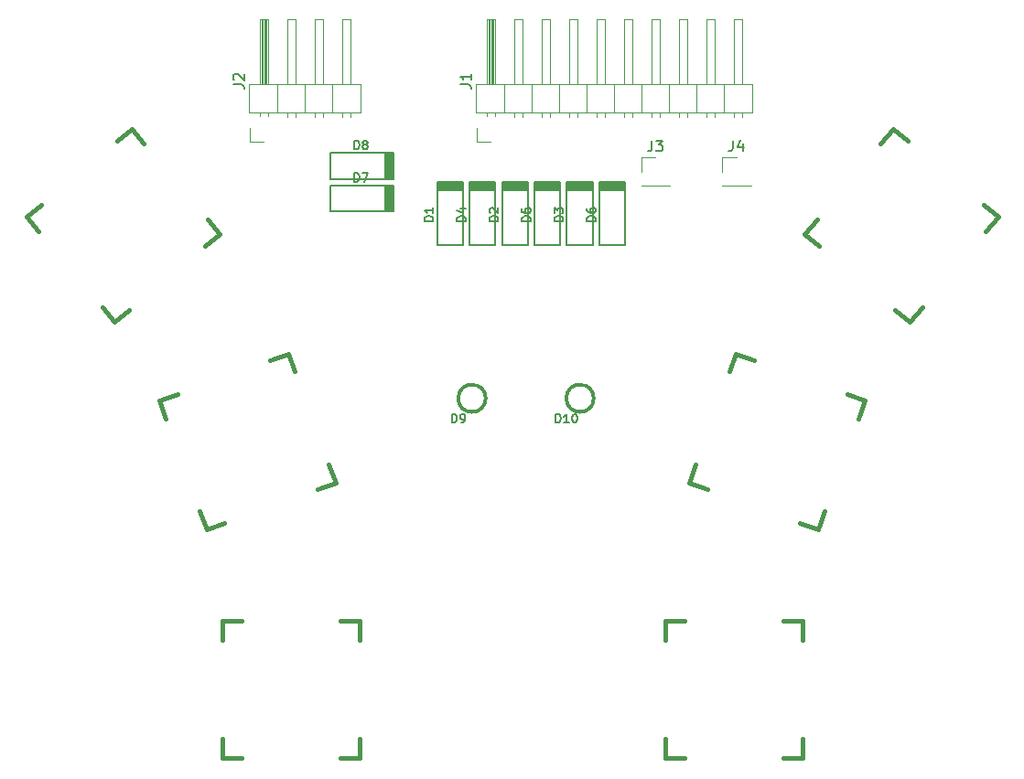
<source format=gbr>
G04 #@! TF.GenerationSoftware,KiCad,Pcbnew,(5.1.2)-2*
G04 #@! TF.CreationDate,2019-07-07T18:02:28+10:00*
G04 #@! TF.ProjectId,Center_Micro,43656e74-6572-45f4-9d69-63726f2e6b69,rev?*
G04 #@! TF.SameCoordinates,Original*
G04 #@! TF.FileFunction,Legend,Top*
G04 #@! TF.FilePolarity,Positive*
%FSLAX46Y46*%
G04 Gerber Fmt 4.6, Leading zero omitted, Abs format (unit mm)*
G04 Created by KiCad (PCBNEW (5.1.2)-2) date 2019-07-07 18:02:28*
%MOMM*%
%LPD*%
G04 APERTURE LIST*
%ADD10C,0.200000*%
%ADD11C,0.120000*%
%ADD12C,0.381000*%
%ADD13C,0.300000*%
%ADD14C,0.150000*%
G04 APERTURE END LIST*
D10*
X145450000Y-40725000D02*
X143050000Y-40725000D01*
X145450000Y-40550000D02*
X143050000Y-40550000D01*
X145450000Y-40375000D02*
X143050000Y-40375000D01*
X143050000Y-39975000D02*
X145450000Y-39975000D01*
X145450000Y-40200000D02*
X143050000Y-40200000D01*
X145450000Y-40075000D02*
X143050000Y-40075000D01*
X145450000Y-40000000D02*
X145450000Y-45800000D01*
X145450000Y-45800000D02*
X143050000Y-45800000D01*
X143050000Y-45800000D02*
X143050000Y-40000000D01*
X151450000Y-40725000D02*
X149050000Y-40725000D01*
X151450000Y-40550000D02*
X149050000Y-40550000D01*
X151450000Y-40375000D02*
X149050000Y-40375000D01*
X149050000Y-39975000D02*
X151450000Y-39975000D01*
X151450000Y-40200000D02*
X149050000Y-40200000D01*
X151450000Y-40075000D02*
X149050000Y-40075000D01*
X151450000Y-40000000D02*
X151450000Y-45800000D01*
X151450000Y-45800000D02*
X149050000Y-45800000D01*
X149050000Y-45800000D02*
X149050000Y-40000000D01*
X157450000Y-40725000D02*
X155050000Y-40725000D01*
X157450000Y-40550000D02*
X155050000Y-40550000D01*
X157450000Y-40375000D02*
X155050000Y-40375000D01*
X155050000Y-39975000D02*
X157450000Y-39975000D01*
X157450000Y-40200000D02*
X155050000Y-40200000D01*
X157450000Y-40075000D02*
X155050000Y-40075000D01*
X157450000Y-40000000D02*
X157450000Y-45800000D01*
X157450000Y-45800000D02*
X155050000Y-45800000D01*
X155050000Y-45800000D02*
X155050000Y-40000000D01*
X148450000Y-40725000D02*
X146050000Y-40725000D01*
X148450000Y-40550000D02*
X146050000Y-40550000D01*
X148450000Y-40375000D02*
X146050000Y-40375000D01*
X146050000Y-39975000D02*
X148450000Y-39975000D01*
X148450000Y-40200000D02*
X146050000Y-40200000D01*
X148450000Y-40075000D02*
X146050000Y-40075000D01*
X148450000Y-40000000D02*
X148450000Y-45800000D01*
X148450000Y-45800000D02*
X146050000Y-45800000D01*
X146050000Y-45800000D02*
X146050000Y-40000000D01*
X154450000Y-40725000D02*
X152050000Y-40725000D01*
X154450000Y-40550000D02*
X152050000Y-40550000D01*
X154450000Y-40375000D02*
X152050000Y-40375000D01*
X152050000Y-39975000D02*
X154450000Y-39975000D01*
X154450000Y-40200000D02*
X152050000Y-40200000D01*
X154450000Y-40075000D02*
X152050000Y-40075000D01*
X154450000Y-40000000D02*
X154450000Y-45800000D01*
X154450000Y-45800000D02*
X152050000Y-45800000D01*
X152050000Y-45800000D02*
X152050000Y-40000000D01*
X160450000Y-40725000D02*
X158050000Y-40725000D01*
X160450000Y-40550000D02*
X158050000Y-40550000D01*
X160450000Y-40375000D02*
X158050000Y-40375000D01*
X158050000Y-39975000D02*
X160450000Y-39975000D01*
X160450000Y-40200000D02*
X158050000Y-40200000D01*
X160450000Y-40075000D02*
X158050000Y-40075000D01*
X160450000Y-40000000D02*
X160450000Y-45800000D01*
X160450000Y-45800000D02*
X158050000Y-45800000D01*
X158050000Y-45800000D02*
X158050000Y-40000000D01*
D11*
X146670000Y-33560000D02*
X172190000Y-33560000D01*
X172190000Y-33560000D02*
X172190000Y-30900000D01*
X172190000Y-30900000D02*
X146670000Y-30900000D01*
X146670000Y-30900000D02*
X146670000Y-33560000D01*
X147620000Y-30900000D02*
X147620000Y-24900000D01*
X147620000Y-24900000D02*
X148380000Y-24900000D01*
X148380000Y-24900000D02*
X148380000Y-30900000D01*
X147680000Y-30900000D02*
X147680000Y-24900000D01*
X147800000Y-30900000D02*
X147800000Y-24900000D01*
X147920000Y-30900000D02*
X147920000Y-24900000D01*
X148040000Y-30900000D02*
X148040000Y-24900000D01*
X148160000Y-30900000D02*
X148160000Y-24900000D01*
X148280000Y-30900000D02*
X148280000Y-24900000D01*
X147620000Y-33890000D02*
X147620000Y-33560000D01*
X148380000Y-33890000D02*
X148380000Y-33560000D01*
X149270000Y-33560000D02*
X149270000Y-30900000D01*
X150160000Y-30900000D02*
X150160000Y-24900000D01*
X150160000Y-24900000D02*
X150920000Y-24900000D01*
X150920000Y-24900000D02*
X150920000Y-30900000D01*
X150160000Y-33957071D02*
X150160000Y-33560000D01*
X150920000Y-33957071D02*
X150920000Y-33560000D01*
X151810000Y-33560000D02*
X151810000Y-30900000D01*
X152700000Y-30900000D02*
X152700000Y-24900000D01*
X152700000Y-24900000D02*
X153460000Y-24900000D01*
X153460000Y-24900000D02*
X153460000Y-30900000D01*
X152700000Y-33957071D02*
X152700000Y-33560000D01*
X153460000Y-33957071D02*
X153460000Y-33560000D01*
X154350000Y-33560000D02*
X154350000Y-30900000D01*
X155240000Y-30900000D02*
X155240000Y-24900000D01*
X155240000Y-24900000D02*
X156000000Y-24900000D01*
X156000000Y-24900000D02*
X156000000Y-30900000D01*
X155240000Y-33957071D02*
X155240000Y-33560000D01*
X156000000Y-33957071D02*
X156000000Y-33560000D01*
X156890000Y-33560000D02*
X156890000Y-30900000D01*
X157780000Y-30900000D02*
X157780000Y-24900000D01*
X157780000Y-24900000D02*
X158540000Y-24900000D01*
X158540000Y-24900000D02*
X158540000Y-30900000D01*
X157780000Y-33957071D02*
X157780000Y-33560000D01*
X158540000Y-33957071D02*
X158540000Y-33560000D01*
X159430000Y-33560000D02*
X159430000Y-30900000D01*
X160320000Y-30900000D02*
X160320000Y-24900000D01*
X160320000Y-24900000D02*
X161080000Y-24900000D01*
X161080000Y-24900000D02*
X161080000Y-30900000D01*
X160320000Y-33957071D02*
X160320000Y-33560000D01*
X161080000Y-33957071D02*
X161080000Y-33560000D01*
X161970000Y-33560000D02*
X161970000Y-30900000D01*
X162860000Y-30900000D02*
X162860000Y-24900000D01*
X162860000Y-24900000D02*
X163620000Y-24900000D01*
X163620000Y-24900000D02*
X163620000Y-30900000D01*
X162860000Y-33957071D02*
X162860000Y-33560000D01*
X163620000Y-33957071D02*
X163620000Y-33560000D01*
X164510000Y-33560000D02*
X164510000Y-30900000D01*
X165400000Y-30900000D02*
X165400000Y-24900000D01*
X165400000Y-24900000D02*
X166160000Y-24900000D01*
X166160000Y-24900000D02*
X166160000Y-30900000D01*
X165400000Y-33957071D02*
X165400000Y-33560000D01*
X166160000Y-33957071D02*
X166160000Y-33560000D01*
X167050000Y-33560000D02*
X167050000Y-30900000D01*
X167940000Y-30900000D02*
X167940000Y-24900000D01*
X167940000Y-24900000D02*
X168700000Y-24900000D01*
X168700000Y-24900000D02*
X168700000Y-30900000D01*
X167940000Y-33957071D02*
X167940000Y-33560000D01*
X168700000Y-33957071D02*
X168700000Y-33560000D01*
X169590000Y-33560000D02*
X169590000Y-30900000D01*
X170480000Y-30900000D02*
X170480000Y-24900000D01*
X170480000Y-24900000D02*
X171240000Y-24900000D01*
X171240000Y-24900000D02*
X171240000Y-30900000D01*
X170480000Y-33957071D02*
X170480000Y-33560000D01*
X171240000Y-33957071D02*
X171240000Y-33560000D01*
X148000000Y-36270000D02*
X146730000Y-36270000D01*
X146730000Y-36270000D02*
X146730000Y-35000000D01*
D12*
X105053916Y-43217319D02*
X106415943Y-42074443D01*
X113420654Y-36196793D02*
X114782681Y-35053916D01*
X114782681Y-35053916D02*
X115925557Y-36415943D01*
X121803207Y-43420654D02*
X122946084Y-44782681D01*
X122946084Y-44782681D02*
X121584057Y-45925557D01*
X114579346Y-51803207D02*
X113217319Y-52946084D01*
X113217319Y-52946084D02*
X112074443Y-51584057D01*
X106196793Y-44579346D02*
X105053916Y-43217319D01*
X117361124Y-60204780D02*
X119031897Y-59596668D01*
X127624447Y-56469236D02*
X129295220Y-55861124D01*
X129295220Y-55861124D02*
X129903332Y-57531897D01*
X133030764Y-66124447D02*
X133638876Y-67795220D01*
X133638876Y-67795220D02*
X131968103Y-68403332D01*
X123375553Y-71530764D02*
X121704780Y-72138876D01*
X121704780Y-72138876D02*
X121096668Y-70468103D01*
X117969236Y-61875553D02*
X117361124Y-60204780D01*
X123150000Y-80650000D02*
X124928000Y-80650000D01*
X134072000Y-80650000D02*
X135850000Y-80650000D01*
X135850000Y-80650000D02*
X135850000Y-82428000D01*
X135850000Y-91572000D02*
X135850000Y-93350000D01*
X135850000Y-93350000D02*
X134072000Y-93350000D01*
X124928000Y-93350000D02*
X123150000Y-93350000D01*
X123150000Y-93350000D02*
X123150000Y-91572000D01*
X123150000Y-82428000D02*
X123150000Y-80650000D01*
X185217319Y-35053916D02*
X186579346Y-36196793D01*
X193584057Y-42074443D02*
X194946084Y-43217319D01*
X194946084Y-43217319D02*
X193803207Y-44579346D01*
X187925557Y-51584057D02*
X186782681Y-52946084D01*
X186782681Y-52946084D02*
X185420654Y-51803207D01*
X178415943Y-45925557D02*
X177053916Y-44782681D01*
X177053916Y-44782681D02*
X178196793Y-43420654D01*
X184074443Y-36415943D02*
X185217319Y-35053916D01*
X170704780Y-55861124D02*
X172375553Y-56469236D01*
X180968103Y-59596668D02*
X182638876Y-60204780D01*
X182638876Y-60204780D02*
X182030764Y-61875553D01*
X178903332Y-70468103D02*
X178295220Y-72138876D01*
X178295220Y-72138876D02*
X176624447Y-71530764D01*
X168031897Y-68403332D02*
X166361124Y-67795220D01*
X166361124Y-67795220D02*
X166969236Y-66124447D01*
X170096668Y-57531897D02*
X170704780Y-55861124D01*
X164150000Y-80650000D02*
X165928000Y-80650000D01*
X175072000Y-80650000D02*
X176850000Y-80650000D01*
X176850000Y-80650000D02*
X176850000Y-82428000D01*
X176850000Y-91572000D02*
X176850000Y-93350000D01*
X176850000Y-93350000D02*
X175072000Y-93350000D01*
X165928000Y-93350000D02*
X164150000Y-93350000D01*
X164150000Y-93350000D02*
X164150000Y-91572000D01*
X164150000Y-82428000D02*
X164150000Y-80650000D01*
D13*
X147540000Y-60000000D02*
G75*
G03X147540000Y-60000000I-1270000J0D01*
G01*
X157540000Y-60000000D02*
G75*
G03X157540000Y-60000000I-1270000J0D01*
G01*
D10*
X138275000Y-42700000D02*
X138275000Y-40300000D01*
X138450000Y-42700000D02*
X138450000Y-40300000D01*
X138625000Y-42700000D02*
X138625000Y-40300000D01*
X139025000Y-40300000D02*
X139025000Y-42700000D01*
X138800000Y-42700000D02*
X138800000Y-40300000D01*
X138925000Y-42700000D02*
X138925000Y-40300000D01*
X139000000Y-42700000D02*
X133200000Y-42700000D01*
X133200000Y-42700000D02*
X133200000Y-40300000D01*
X133200000Y-40300000D02*
X139000000Y-40300000D01*
X138275000Y-39700000D02*
X138275000Y-37300000D01*
X138450000Y-39700000D02*
X138450000Y-37300000D01*
X138625000Y-39700000D02*
X138625000Y-37300000D01*
X139025000Y-37300000D02*
X139025000Y-39700000D01*
X138800000Y-39700000D02*
X138800000Y-37300000D01*
X138925000Y-39700000D02*
X138925000Y-37300000D01*
X139000000Y-39700000D02*
X133200000Y-39700000D01*
X133200000Y-39700000D02*
X133200000Y-37300000D01*
X133200000Y-37300000D02*
X139000000Y-37300000D01*
D11*
X125670000Y-33560000D02*
X135950000Y-33560000D01*
X135950000Y-33560000D02*
X135950000Y-30900000D01*
X135950000Y-30900000D02*
X125670000Y-30900000D01*
X125670000Y-30900000D02*
X125670000Y-33560000D01*
X126620000Y-30900000D02*
X126620000Y-24900000D01*
X126620000Y-24900000D02*
X127380000Y-24900000D01*
X127380000Y-24900000D02*
X127380000Y-30900000D01*
X126680000Y-30900000D02*
X126680000Y-24900000D01*
X126800000Y-30900000D02*
X126800000Y-24900000D01*
X126920000Y-30900000D02*
X126920000Y-24900000D01*
X127040000Y-30900000D02*
X127040000Y-24900000D01*
X127160000Y-30900000D02*
X127160000Y-24900000D01*
X127280000Y-30900000D02*
X127280000Y-24900000D01*
X126620000Y-33890000D02*
X126620000Y-33560000D01*
X127380000Y-33890000D02*
X127380000Y-33560000D01*
X128270000Y-33560000D02*
X128270000Y-30900000D01*
X129160000Y-30900000D02*
X129160000Y-24900000D01*
X129160000Y-24900000D02*
X129920000Y-24900000D01*
X129920000Y-24900000D02*
X129920000Y-30900000D01*
X129160000Y-33957071D02*
X129160000Y-33560000D01*
X129920000Y-33957071D02*
X129920000Y-33560000D01*
X130810000Y-33560000D02*
X130810000Y-30900000D01*
X131700000Y-30900000D02*
X131700000Y-24900000D01*
X131700000Y-24900000D02*
X132460000Y-24900000D01*
X132460000Y-24900000D02*
X132460000Y-30900000D01*
X131700000Y-33957071D02*
X131700000Y-33560000D01*
X132460000Y-33957071D02*
X132460000Y-33560000D01*
X133350000Y-33560000D02*
X133350000Y-30900000D01*
X134240000Y-30900000D02*
X134240000Y-24900000D01*
X134240000Y-24900000D02*
X135000000Y-24900000D01*
X135000000Y-24900000D02*
X135000000Y-30900000D01*
X134240000Y-33957071D02*
X134240000Y-33560000D01*
X135000000Y-33957071D02*
X135000000Y-33560000D01*
X127000000Y-36270000D02*
X125730000Y-36270000D01*
X125730000Y-36270000D02*
X125730000Y-35000000D01*
X161920000Y-40330000D02*
X164580000Y-40330000D01*
X161920000Y-40270000D02*
X161920000Y-40330000D01*
X164580000Y-40270000D02*
X164580000Y-40330000D01*
X161920000Y-40270000D02*
X164580000Y-40270000D01*
X161920000Y-39000000D02*
X161920000Y-37670000D01*
X161920000Y-37670000D02*
X163250000Y-37670000D01*
X169420000Y-40330000D02*
X172080000Y-40330000D01*
X169420000Y-40270000D02*
X169420000Y-40330000D01*
X172080000Y-40270000D02*
X172080000Y-40330000D01*
X169420000Y-40270000D02*
X172080000Y-40270000D01*
X169420000Y-39000000D02*
X169420000Y-37670000D01*
X169420000Y-37670000D02*
X170750000Y-37670000D01*
D14*
X142686904Y-43590476D02*
X141886904Y-43590476D01*
X141886904Y-43400000D01*
X141925000Y-43285714D01*
X142001190Y-43209523D01*
X142077380Y-43171428D01*
X142229761Y-43133333D01*
X142344047Y-43133333D01*
X142496428Y-43171428D01*
X142572619Y-43209523D01*
X142648809Y-43285714D01*
X142686904Y-43400000D01*
X142686904Y-43590476D01*
X142686904Y-42371428D02*
X142686904Y-42828571D01*
X142686904Y-42600000D02*
X141886904Y-42600000D01*
X142001190Y-42676190D01*
X142077380Y-42752380D01*
X142115476Y-42828571D01*
X148686904Y-43590476D02*
X147886904Y-43590476D01*
X147886904Y-43400000D01*
X147925000Y-43285714D01*
X148001190Y-43209523D01*
X148077380Y-43171428D01*
X148229761Y-43133333D01*
X148344047Y-43133333D01*
X148496428Y-43171428D01*
X148572619Y-43209523D01*
X148648809Y-43285714D01*
X148686904Y-43400000D01*
X148686904Y-43590476D01*
X147963095Y-42828571D02*
X147925000Y-42790476D01*
X147886904Y-42714285D01*
X147886904Y-42523809D01*
X147925000Y-42447619D01*
X147963095Y-42409523D01*
X148039285Y-42371428D01*
X148115476Y-42371428D01*
X148229761Y-42409523D01*
X148686904Y-42866666D01*
X148686904Y-42371428D01*
X154686904Y-43590476D02*
X153886904Y-43590476D01*
X153886904Y-43400000D01*
X153925000Y-43285714D01*
X154001190Y-43209523D01*
X154077380Y-43171428D01*
X154229761Y-43133333D01*
X154344047Y-43133333D01*
X154496428Y-43171428D01*
X154572619Y-43209523D01*
X154648809Y-43285714D01*
X154686904Y-43400000D01*
X154686904Y-43590476D01*
X153886904Y-42866666D02*
X153886904Y-42371428D01*
X154191666Y-42638095D01*
X154191666Y-42523809D01*
X154229761Y-42447619D01*
X154267857Y-42409523D01*
X154344047Y-42371428D01*
X154534523Y-42371428D01*
X154610714Y-42409523D01*
X154648809Y-42447619D01*
X154686904Y-42523809D01*
X154686904Y-42752380D01*
X154648809Y-42828571D01*
X154610714Y-42866666D01*
X145686904Y-43590476D02*
X144886904Y-43590476D01*
X144886904Y-43400000D01*
X144925000Y-43285714D01*
X145001190Y-43209523D01*
X145077380Y-43171428D01*
X145229761Y-43133333D01*
X145344047Y-43133333D01*
X145496428Y-43171428D01*
X145572619Y-43209523D01*
X145648809Y-43285714D01*
X145686904Y-43400000D01*
X145686904Y-43590476D01*
X145153571Y-42447619D02*
X145686904Y-42447619D01*
X144848809Y-42638095D02*
X145420238Y-42828571D01*
X145420238Y-42333333D01*
X151686904Y-43590476D02*
X150886904Y-43590476D01*
X150886904Y-43400000D01*
X150925000Y-43285714D01*
X151001190Y-43209523D01*
X151077380Y-43171428D01*
X151229761Y-43133333D01*
X151344047Y-43133333D01*
X151496428Y-43171428D01*
X151572619Y-43209523D01*
X151648809Y-43285714D01*
X151686904Y-43400000D01*
X151686904Y-43590476D01*
X150886904Y-42409523D02*
X150886904Y-42790476D01*
X151267857Y-42828571D01*
X151229761Y-42790476D01*
X151191666Y-42714285D01*
X151191666Y-42523809D01*
X151229761Y-42447619D01*
X151267857Y-42409523D01*
X151344047Y-42371428D01*
X151534523Y-42371428D01*
X151610714Y-42409523D01*
X151648809Y-42447619D01*
X151686904Y-42523809D01*
X151686904Y-42714285D01*
X151648809Y-42790476D01*
X151610714Y-42828571D01*
X157686904Y-43590476D02*
X156886904Y-43590476D01*
X156886904Y-43400000D01*
X156925000Y-43285714D01*
X157001190Y-43209523D01*
X157077380Y-43171428D01*
X157229761Y-43133333D01*
X157344047Y-43133333D01*
X157496428Y-43171428D01*
X157572619Y-43209523D01*
X157648809Y-43285714D01*
X157686904Y-43400000D01*
X157686904Y-43590476D01*
X156886904Y-42447619D02*
X156886904Y-42600000D01*
X156925000Y-42676190D01*
X156963095Y-42714285D01*
X157077380Y-42790476D01*
X157229761Y-42828571D01*
X157534523Y-42828571D01*
X157610714Y-42790476D01*
X157648809Y-42752380D01*
X157686904Y-42676190D01*
X157686904Y-42523809D01*
X157648809Y-42447619D01*
X157610714Y-42409523D01*
X157534523Y-42371428D01*
X157344047Y-42371428D01*
X157267857Y-42409523D01*
X157229761Y-42447619D01*
X157191666Y-42523809D01*
X157191666Y-42676190D01*
X157229761Y-42752380D01*
X157267857Y-42790476D01*
X157344047Y-42828571D01*
X145182380Y-30948333D02*
X145896666Y-30948333D01*
X146039523Y-30995952D01*
X146134761Y-31091190D01*
X146182380Y-31234047D01*
X146182380Y-31329285D01*
X146182380Y-29948333D02*
X146182380Y-30519761D01*
X146182380Y-30234047D02*
X145182380Y-30234047D01*
X145325238Y-30329285D01*
X145420476Y-30424523D01*
X145468095Y-30519761D01*
X144409523Y-62261904D02*
X144409523Y-61461904D01*
X144600000Y-61461904D01*
X144714285Y-61500000D01*
X144790476Y-61576190D01*
X144828571Y-61652380D01*
X144866666Y-61804761D01*
X144866666Y-61919047D01*
X144828571Y-62071428D01*
X144790476Y-62147619D01*
X144714285Y-62223809D01*
X144600000Y-62261904D01*
X144409523Y-62261904D01*
X145247619Y-62261904D02*
X145400000Y-62261904D01*
X145476190Y-62223809D01*
X145514285Y-62185714D01*
X145590476Y-62071428D01*
X145628571Y-61919047D01*
X145628571Y-61614285D01*
X145590476Y-61538095D01*
X145552380Y-61500000D01*
X145476190Y-61461904D01*
X145323809Y-61461904D01*
X145247619Y-61500000D01*
X145209523Y-61538095D01*
X145171428Y-61614285D01*
X145171428Y-61804761D01*
X145209523Y-61880952D01*
X145247619Y-61919047D01*
X145323809Y-61957142D01*
X145476190Y-61957142D01*
X145552380Y-61919047D01*
X145590476Y-61880952D01*
X145628571Y-61804761D01*
X154028571Y-62261904D02*
X154028571Y-61461904D01*
X154219047Y-61461904D01*
X154333333Y-61500000D01*
X154409523Y-61576190D01*
X154447619Y-61652380D01*
X154485714Y-61804761D01*
X154485714Y-61919047D01*
X154447619Y-62071428D01*
X154409523Y-62147619D01*
X154333333Y-62223809D01*
X154219047Y-62261904D01*
X154028571Y-62261904D01*
X155247619Y-62261904D02*
X154790476Y-62261904D01*
X155019047Y-62261904D02*
X155019047Y-61461904D01*
X154942857Y-61576190D01*
X154866666Y-61652380D01*
X154790476Y-61690476D01*
X155742857Y-61461904D02*
X155819047Y-61461904D01*
X155895238Y-61500000D01*
X155933333Y-61538095D01*
X155971428Y-61614285D01*
X156009523Y-61766666D01*
X156009523Y-61957142D01*
X155971428Y-62109523D01*
X155933333Y-62185714D01*
X155895238Y-62223809D01*
X155819047Y-62261904D01*
X155742857Y-62261904D01*
X155666666Y-62223809D01*
X155628571Y-62185714D01*
X155590476Y-62109523D01*
X155552380Y-61957142D01*
X155552380Y-61766666D01*
X155590476Y-61614285D01*
X155628571Y-61538095D01*
X155666666Y-61500000D01*
X155742857Y-61461904D01*
X135409523Y-39936904D02*
X135409523Y-39136904D01*
X135600000Y-39136904D01*
X135714285Y-39175000D01*
X135790476Y-39251190D01*
X135828571Y-39327380D01*
X135866666Y-39479761D01*
X135866666Y-39594047D01*
X135828571Y-39746428D01*
X135790476Y-39822619D01*
X135714285Y-39898809D01*
X135600000Y-39936904D01*
X135409523Y-39936904D01*
X136133333Y-39136904D02*
X136666666Y-39136904D01*
X136323809Y-39936904D01*
X135409523Y-36936904D02*
X135409523Y-36136904D01*
X135600000Y-36136904D01*
X135714285Y-36175000D01*
X135790476Y-36251190D01*
X135828571Y-36327380D01*
X135866666Y-36479761D01*
X135866666Y-36594047D01*
X135828571Y-36746428D01*
X135790476Y-36822619D01*
X135714285Y-36898809D01*
X135600000Y-36936904D01*
X135409523Y-36936904D01*
X136323809Y-36479761D02*
X136247619Y-36441666D01*
X136209523Y-36403571D01*
X136171428Y-36327380D01*
X136171428Y-36289285D01*
X136209523Y-36213095D01*
X136247619Y-36175000D01*
X136323809Y-36136904D01*
X136476190Y-36136904D01*
X136552380Y-36175000D01*
X136590476Y-36213095D01*
X136628571Y-36289285D01*
X136628571Y-36327380D01*
X136590476Y-36403571D01*
X136552380Y-36441666D01*
X136476190Y-36479761D01*
X136323809Y-36479761D01*
X136247619Y-36517857D01*
X136209523Y-36555952D01*
X136171428Y-36632142D01*
X136171428Y-36784523D01*
X136209523Y-36860714D01*
X136247619Y-36898809D01*
X136323809Y-36936904D01*
X136476190Y-36936904D01*
X136552380Y-36898809D01*
X136590476Y-36860714D01*
X136628571Y-36784523D01*
X136628571Y-36632142D01*
X136590476Y-36555952D01*
X136552380Y-36517857D01*
X136476190Y-36479761D01*
X124182380Y-30948333D02*
X124896666Y-30948333D01*
X125039523Y-30995952D01*
X125134761Y-31091190D01*
X125182380Y-31234047D01*
X125182380Y-31329285D01*
X124277619Y-30519761D02*
X124230000Y-30472142D01*
X124182380Y-30376904D01*
X124182380Y-30138809D01*
X124230000Y-30043571D01*
X124277619Y-29995952D01*
X124372857Y-29948333D01*
X124468095Y-29948333D01*
X124610952Y-29995952D01*
X125182380Y-30567380D01*
X125182380Y-29948333D01*
X162916666Y-36122380D02*
X162916666Y-36836666D01*
X162869047Y-36979523D01*
X162773809Y-37074761D01*
X162630952Y-37122380D01*
X162535714Y-37122380D01*
X163297619Y-36122380D02*
X163916666Y-36122380D01*
X163583333Y-36503333D01*
X163726190Y-36503333D01*
X163821428Y-36550952D01*
X163869047Y-36598571D01*
X163916666Y-36693809D01*
X163916666Y-36931904D01*
X163869047Y-37027142D01*
X163821428Y-37074761D01*
X163726190Y-37122380D01*
X163440476Y-37122380D01*
X163345238Y-37074761D01*
X163297619Y-37027142D01*
X170416666Y-36122380D02*
X170416666Y-36836666D01*
X170369047Y-36979523D01*
X170273809Y-37074761D01*
X170130952Y-37122380D01*
X170035714Y-37122380D01*
X171321428Y-36455714D02*
X171321428Y-37122380D01*
X171083333Y-36074761D02*
X170845238Y-36789047D01*
X171464285Y-36789047D01*
M02*

</source>
